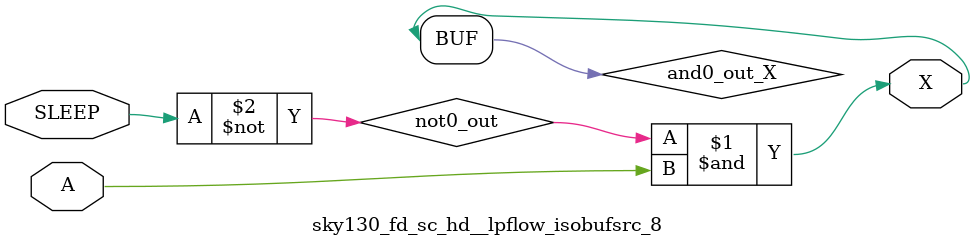
<source format=v>
/*
 * Copyright 2020 The SkyWater PDK Authors
 *
 * Licensed under the Apache License, Version 2.0 (the "License");
 * you may not use this file except in compliance with the License.
 * You may obtain a copy of the License at
 *
 *     https://www.apache.org/licenses/LICENSE-2.0
 *
 * Unless required by applicable law or agreed to in writing, software
 * distributed under the License is distributed on an "AS IS" BASIS,
 * WITHOUT WARRANTIES OR CONDITIONS OF ANY KIND, either express or implied.
 * See the License for the specific language governing permissions and
 * limitations under the License.
 *
 * SPDX-License-Identifier: Apache-2.0
*/


`ifndef SKY130_FD_SC_HD__LPFLOW_ISOBUFSRC_8_FUNCTIONAL_V
`define SKY130_FD_SC_HD__LPFLOW_ISOBUFSRC_8_FUNCTIONAL_V

/**
 * lpflow_isobufsrc: Input isolation, noninverted sleep.
 *
 *                   X = (!A | SLEEP)
 *
 * Verilog simulation functional model.
 */

`timescale 1ns / 1ps
`default_nettype none

`celldefine
module sky130_fd_sc_hd__lpflow_isobufsrc_8 (
    X    ,
    SLEEP,
    A
);

    // Module ports
    output X    ;
    input  SLEEP;
    input  A    ;

    // Local signals
    wire not0_out  ;
    wire and0_out_X;

    //  Name  Output      Other arguments
    not not0 (not0_out  , SLEEP          );
    and and0 (and0_out_X, not0_out, A    );
    buf buf0 (X         , and0_out_X     );

endmodule
`endcelldefine

`default_nettype wire
`endif  // SKY130_FD_SC_HD__LPFLOW_ISOBUFSRC_8_FUNCTIONAL_V

</source>
